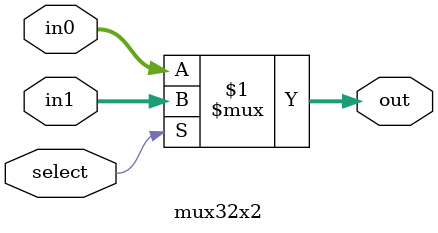
<source format=v>
/* PURPOSE: This is a multiplexer. If select is 0, output is input0. If select is 1, output is input 1. 
 * INPUTS : input 0, input 1, select bit, 
 * OUTPUTS: output
 * Conor O'Connell
 * 5/5/2016
 */
 
module mux32x2(in0, in1, select, out);
  parameter WIDTH = 32;
  
  input [WIDTH - 1:0] in1;
  input [WIDTH - 1:0] in0;
  input select;
  output [WIDTH - 1:0] out;
  
  assign out = select ? in1 : in0;
endmodule
</source>
